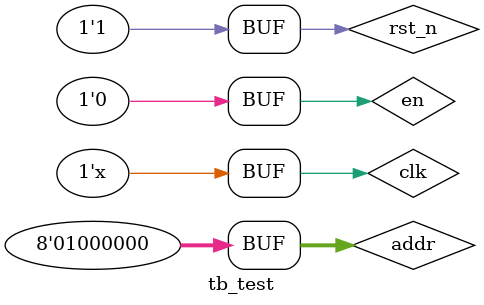
<source format=v>
`timescale 1ns / 1ns
module tb_test (
    
);
reg clk;
reg rst_n;
reg [7:0] addr;
reg en=0;
initial begin
    clk    = 1'b0;
    rst_n <= 1'b0;
    addr <= 0;
    en = 0;
    #30
    rst_n <= 1'b1;
    #30
    addr <= 2;
    #10
    en <= 1;
    #20
    en <= 0;
    #50 
    addr <= 16;
    en <= 1;
    #20
    en <= 0;
    #50
    addr <= 32;
    en <= 1;
    #20
    en <= 0;
    #50
    addr <= 48;
    en <= 1;
    #20
    en <= 0;
    #50
    addr <= 64;
    en <= 1;
    #20
    en <= 0;
end
always #5 clk=~clk;

wire [7:0]	douta;
wire [7:0]	doutb;

mul_02_bram your_instance_name (
    .clka                              (clk                       ),// input wire clka
    .ena                               (en                       ),// input wire ena
    .addra                             (addr                     ),// input wire [7 : 0] addra
    .douta                             (douta                     ),// output wire [7 : 0] douta
    .clkb                              (                    ),// input wire clkb
    .enb                               (                    ),// input wire enb
    .addrb                             (                    ),// input wire [7 : 0] addrb
    .doutb                             (                    ) // output wire [7 : 0] doutb
);

endmodule //tb_test
</source>
